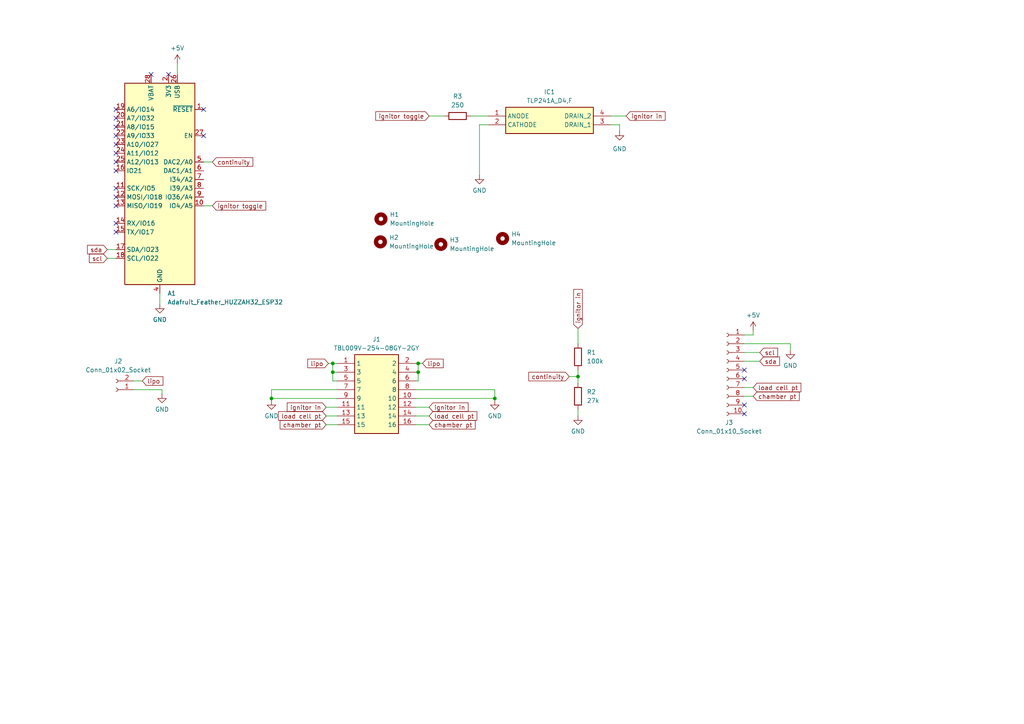
<source format=kicad_sch>
(kicad_sch (version 20230121) (generator eeschema)
  (paper "A4")
  (lib_symbols
    (symbol "Connector:Conn_01x02_Socket" (pin_names (offset 1.016) hide)
      (property "Reference" "J" (at 0 2.54 0))
      (property "Value" "Conn_01x02_Socket" (at 0 -5.08 0))
      (symbol "Conn_01x02_Socket_1_1"
        (arc (start 0 -2.032) (mid -0.5058 -2.54) (end 0 -3.048) (stroke (width 0.1524)))
        (polyline (pts (xy -1.27 -2.54) (xy -0.508 -2.54)) (stroke (width 0.1524)))
        (polyline (pts (xy -1.27 0) (xy -0.508 0)) (stroke (width 0.1524)))
        (arc (start 0 0.508) (mid -0.5058 0) (end 0 -0.508) (stroke (width 0.1524)))
        (pin passive line (at -5.08 0 0) (length 3.81) (name "Pin_1") (number "1"))
        (pin passive line (at -5.08 -2.54 0) (length 3.81) (name "Pin_2") (number "2"))
      )
    )
    (symbol "Connector:Conn_01x10_Socket" (pin_names (offset 1.016) hide)
      (property "Reference" "J" (at 0 12.7 0))
      (property "Value" "Conn_01x10_Socket" (at 0 -15.24 0))
      (symbol "Conn_01x10_Socket_1_1"
        (arc (start 0 -12.192) (mid -0.5058 -12.7) (end 0 -13.208) (stroke (width 0.1524)))
        (arc (start 0 -9.652) (mid -0.5058 -10.16) (end 0 -10.668) (stroke (width 0.1524)))
        (arc (start 0 -7.112) (mid -0.5058 -7.62) (end 0 -8.128) (stroke (width 0.1524)))
        (arc (start 0 -4.572) (mid -0.5058 -5.08) (end 0 -5.588) (stroke (width 0.1524)))
        (arc (start 0 -2.032) (mid -0.5058 -2.54) (end 0 -3.048) (stroke (width 0.1524)))
        (polyline (pts (xy -1.27 -12.7) (xy -0.508 -12.7)) (stroke (width 0.1524)))
        (polyline (pts (xy -1.27 -10.16) (xy -0.508 -10.16)) (stroke (width 0.1524)))
        (polyline (pts (xy -1.27 -7.62) (xy -0.508 -7.62)) (stroke (width 0.1524)))
        (polyline (pts (xy -1.27 -5.08) (xy -0.508 -5.08)) (stroke (width 0.1524)))
        (polyline (pts (xy -1.27 -2.54) (xy -0.508 -2.54)) (stroke (width 0.1524)))
        (polyline (pts (xy -1.27 0) (xy -0.508 0)) (stroke (width 0.1524)))
        (polyline (pts (xy -1.27 2.54) (xy -0.508 2.54)) (stroke (width 0.1524)))
        (polyline (pts (xy -1.27 5.08) (xy -0.508 5.08)) (stroke (width 0.1524)))
        (polyline (pts (xy -1.27 7.62) (xy -0.508 7.62)) (stroke (width 0.1524)))
        (polyline (pts (xy -1.27 10.16) (xy -0.508 10.16)) (stroke (width 0.1524)))
        (arc (start 0 0.508) (mid -0.5058 0) (end 0 -0.508) (stroke (width 0.1524)))
        (arc (start 0 3.048) (mid -0.5058 2.54) (end 0 2.032) (stroke (width 0.1524)))
        (arc (start 0 5.588) (mid -0.5058 5.08) (end 0 4.572) (stroke (width 0.1524)))
        (arc (start 0 8.128) (mid -0.5058 7.62) (end 0 7.112) (stroke (width 0.1524)))
        (arc (start 0 10.668) (mid -0.5058 10.16) (end 0 9.652) (stroke (width 0.1524)))
        (pin passive line (at -5.08 10.16 0) (length 3.81) (name "Pin_1") (number "1"))
        (pin passive line (at -5.08 -12.7 0) (length 3.81) (name "Pin_10") (number "10"))
        (pin passive line (at -5.08 7.62 0) (length 3.81) (name "Pin_2") (number "2"))
        (pin passive line (at -5.08 5.08 0) (length 3.81) (name "Pin_3") (number "3"))
        (pin passive line (at -5.08 2.54 0) (length 3.81) (name "Pin_4") (number "4"))
        (pin passive line (at -5.08 0 0) (length 3.81) (name "Pin_5") (number "5"))
        (pin passive line (at -5.08 -2.54 0) (length 3.81) (name "Pin_6") (number "6"))
        (pin passive line (at -5.08 -5.08 0) (length 3.81) (name "Pin_7") (number "7"))
        (pin passive line (at -5.08 -7.62 0) (length 3.81) (name "Pin_8") (number "8"))
        (pin passive line (at -5.08 -10.16 0) (length 3.81) (name "Pin_9") (number "9"))
      )
    )
    (symbol "Device:R" (pin_numbers hide) (pin_names (offset 0))
      (property "Reference" "R" (at 2.032 0 90))
      (property "Value" "R" (at 0 0 90))
      (symbol "R_0_1"
        (rectangle (start -1.016 -2.54) (end 1.016 2.54) (stroke (width 0.254)))
      )
      (symbol "R_1_1"
        (pin passive line (at 0 3.81 270) (length 1.27) (name "~") (number "1"))
        (pin passive line (at 0 -3.81 90) (length 1.27) (name "~") (number "2"))
      )
    )
    (symbol "MCU_Module:Adafruit_Feather_HUZZAH32_ESP32"
      (property "Reference" "A" (at -10.16 29.21 0))
      (property "Value" "Adafruit_Feather_HUZZAH32_ESP32" (at 2.54 -31.75 0))
      (symbol "Adafruit_Feather_HUZZAH32_ESP32_0_1"
        (rectangle (start -10.16 27.94) (end 10.16 -30.48) (stroke (width 0.254)) (fill (type background)))
      )
      (symbol "Adafruit_Feather_HUZZAH32_ESP32_1_1"
        (pin input line (at 12.7 20.32 180) (length 2.54) (name "~{RESET}") (number "1"))
        (pin bidirectional line (at 12.7 -7.62 180) (length 2.54) (name "IO4/A5") (number "10"))
        (pin bidirectional line (at -12.7 -2.54 0) (length 2.54) (name "SCK/IO5") (number "11"))
        (pin bidirectional line (at -12.7 -5.08 0) (length 2.54) (name "MOSI/IO18") (number "12"))
        (pin bidirectional line (at -12.7 -7.62 0) (length 2.54) (name "MISO/IO19") (number "13"))
        (pin bidirectional line (at -12.7 -12.7 0) (length 2.54) (name "RX/IO16") (number "14"))
        (pin bidirectional line (at -12.7 -15.24 0) (length 2.54) (name "TX/IO17") (number "15"))
        (pin bidirectional line (at -12.7 2.54 0) (length 2.54) (name "IO21") (number "16"))
        (pin bidirectional line (at -12.7 -20.32 0) (length 2.54) (name "SDA/IO23") (number "17"))
        (pin bidirectional line (at -12.7 -22.86 0) (length 2.54) (name "SCL/IO22") (number "18"))
        (pin bidirectional line (at -12.7 20.32 0) (length 2.54) (name "A6/IO14") (number "19"))
        (pin power_in line (at 2.54 30.48 270) (length 2.54) (name "3V3") (number "2"))
        (pin bidirectional line (at -12.7 17.78 0) (length 2.54) (name "A7/IO32") (number "20"))
        (pin bidirectional line (at -12.7 15.24 0) (length 2.54) (name "A8/IO15") (number "21"))
        (pin bidirectional line (at -12.7 12.7 0) (length 2.54) (name "A9/IO33") (number "22"))
        (pin bidirectional line (at -12.7 10.16 0) (length 2.54) (name "A10/IO27") (number "23"))
        (pin bidirectional line (at -12.7 7.62 0) (length 2.54) (name "A11/IO12") (number "24"))
        (pin bidirectional line (at -12.7 5.08 0) (length 2.54) (name "A12/IO13") (number "25"))
        (pin power_in line (at 5.08 30.48 270) (length 2.54) (name "USB") (number "26"))
        (pin input line (at 12.7 12.7 180) (length 2.54) (name "EN") (number "27"))
        (pin power_in line (at -2.54 30.48 270) (length 2.54) (name "VBAT") (number "28"))
        (pin no_connect line (at 10.16 10.16 180) (length 2.54) hide (name "NC") (number "3"))
        (pin power_in line (at 0 -33.02 90) (length 2.54) (name "GND") (number "4"))
        (pin bidirectional line (at 12.7 5.08 180) (length 2.54) (name "DAC2/A0") (number "5"))
        (pin bidirectional line (at 12.7 2.54 180) (length 2.54) (name "DAC1/A1") (number "6"))
        (pin bidirectional line (at 12.7 0 180) (length 2.54) (name "I34/A2") (number "7"))
        (pin bidirectional line (at 12.7 -2.54 180) (length 2.54) (name "I39/A3") (number "8"))
        (pin bidirectional line (at 12.7 -5.08 180) (length 2.54) (name "IO36/A4") (number "9"))
      )
    )
    (symbol "Mechanical:MountingHole" (pin_names (offset 1.016))
      (property "Reference" "H" (at 0 5.08 0))
      (property "Value" "MountingHole" (at 0 3.175 0))
      (symbol "MountingHole_0_1"
        (circle (center 0 0) (radius 1.27) (stroke (width 1.27)))
      )
    )
    (symbol "TBL009V-254-08GY-2GY:TBL009V-254-08GY-2GY"
      (property "Reference" "J" (at 19.05 7.62 0))
      (property "Value" "TBL009V-254-08GY-2GY" (at 19.05 5.08 0))
      (symbol "TBL009V-254-08GY-2GY_1_1"
        (rectangle (start 5.08 2.54) (end 17.78 -20.32) (stroke (width 0.254)) (fill (type background)))
        (pin passive line (at 0 0 0) (length 5.08) (name "1") (number "1"))
        (pin passive line (at 22.86 -10.16 180) (length 5.08) (name "10") (number "10"))
        (pin passive line (at 0 -12.7 0) (length 5.08) (name "11") (number "11"))
        (pin passive line (at 22.86 -12.7 180) (length 5.08) (name "12") (number "12"))
        (pin passive line (at 0 -15.24 0) (length 5.08) (name "13") (number "13"))
        (pin passive line (at 22.86 -15.24 180) (length 5.08) (name "14") (number "14"))
        (pin passive line (at 0 -17.78 0) (length 5.08) (name "15") (number "15"))
        (pin passive line (at 22.86 -17.78 180) (length 5.08) (name "16") (number "16"))
        (pin passive line (at 22.86 0 180) (length 5.08) (name "2") (number "2"))
        (pin passive line (at 0 -2.54 0) (length 5.08) (name "3") (number "3"))
        (pin passive line (at 22.86 -2.54 180) (length 5.08) (name "4") (number "4"))
        (pin passive line (at 0 -5.08 0) (length 5.08) (name "5") (number "5"))
        (pin passive line (at 22.86 -5.08 180) (length 5.08) (name "6") (number "6"))
        (pin passive line (at 0 -7.62 0) (length 5.08) (name "7") (number "7"))
        (pin passive line (at 22.86 -7.62 180) (length 5.08) (name "8") (number "8"))
        (pin passive line (at 0 -10.16 0) (length 5.08) (name "9") (number "9"))
      )
    )
    (symbol "TLP241A_D4,F:TLP241A_D4,F"
      (property "Reference" "IC" (at 31.75 7.62 0))
      (property "Value" "TLP241A_D4,F" (at 31.75 5.08 0))
      (symbol "TLP241A_D4,F_1_1"
        (rectangle (start 5.08 2.54) (end 30.48 -5.08) (stroke (width 0.254)) (fill (type background)))
        (pin passive line (at 0 0 0) (length 5.08) (name "ANODE") (number "1"))
        (pin passive line (at 0 -2.54 0) (length 5.08) (name "CATHODE") (number "2"))
        (pin passive line (at 35.56 -2.54 180) (length 5.08) (name "DRAIN_1") (number "3"))
        (pin passive line (at 35.56 0 180) (length 5.08) (name "DRAIN_2") (number "4"))
      )
    )
    (symbol "power:+5V" (power) (pin_names (offset 0))
      (property "Value" "+5V" (at 0 3.556 0))
      (symbol "+5V_0_1"
        (polyline (pts (xy -0.762 1.27) (xy 0 2.54)))
        (polyline (pts (xy 0 0) (xy 0 2.54)))
        (polyline (pts (xy 0 2.54) (xy 0.762 1.27)))
      )
      (symbol "+5V_1_1"
        (pin power_in line (at 0 0 90) (length 0) hide (name "+5V") (number "1"))
      )
    )
    (symbol "power:GND" (power) (pin_names (offset 0))
      (property "Value" "GND" (at 0 -3.81 0))
      (symbol "GND_0_1"
        (polyline (pts (xy 0 0) (xy 0 -1.27) (xy 1.27 -1.27) (xy 0 -2.54) (xy -1.27 -1.27) (xy 0 -1.27)))
      )
      (symbol "GND_1_1"
        (pin power_in line (at 0 0 270) (length 0) hide (name "GND") (number "1"))
      )
    )
  )
  (junction (at 121.285 105.41))
  (junction (at 143.51 115.57))
  (junction (at 78.74 115.57))
  (junction (at 121.285 107.95))
  (junction (at 167.64 109.22))
  (junction (at 96.52 107.95))
  (junction (at 96.52 105.41))
  (no_connect (at 33.655 31.75))
  (no_connect (at 33.655 49.53))
  (no_connect (at 33.655 36.83))
  (no_connect (at 33.655 54.61))
  (no_connect (at 59.055 39.37))
  (no_connect (at 33.655 67.31))
  (no_connect (at 215.9 109.855))
  (no_connect (at 33.655 44.45))
  (no_connect (at 33.655 64.77))
  (no_connect (at 215.9 120.015))
  (no_connect (at 33.655 57.15))
  (no_connect (at 33.655 39.37))
  (no_connect (at 215.9 117.475))
  (no_connect (at 33.655 34.29))
  (no_connect (at 33.655 41.91))
  (no_connect (at 33.655 46.99))
  (no_connect (at 43.815 21.59))
  (no_connect (at 59.055 31.75))
  (no_connect (at 215.9 107.315))
  (no_connect (at 48.895 21.59))
  (no_connect (at 33.655 59.69))
  (wire (pts (xy 78.74 113.03) (xy 78.74 115.57)))
  (wire (pts (xy 177.165 33.655) (xy 181.61 33.655)))
  (wire (pts (xy 51.435 18.415) (xy 51.435 21.59)))
  (wire (pts (xy 218.44 114.935) (xy 215.9 114.935)))
  (wire (pts (xy 78.74 115.57) (xy 97.79 115.57)))
  (wire (pts (xy 121.285 105.41) (xy 120.65 105.41)))
  (wire (pts (xy 136.525 33.655) (xy 141.605 33.655)))
  (wire (pts (xy 124.46 33.655) (xy 128.905 33.655)))
  (wire (pts (xy 218.44 97.155) (xy 218.44 95.885)))
  (wire (pts (xy 120.65 107.95) (xy 121.285 107.95)))
  (wire (pts (xy 121.285 107.95) (xy 121.285 105.41)))
  (wire (pts (xy 215.9 97.155) (xy 218.44 97.155)))
  (wire (pts (xy 96.52 105.41) (xy 97.79 105.41)))
  (wire (pts (xy 31.115 74.93) (xy 33.655 74.93)))
  (wire (pts (xy 31.115 72.39) (xy 33.655 72.39)))
  (wire (pts (xy 97.79 107.95) (xy 96.52 107.95)))
  (wire (pts (xy 167.64 107.315) (xy 167.64 109.22)))
  (wire (pts (xy 167.64 120.65) (xy 167.64 118.745)))
  (wire (pts (xy 165.1 109.22) (xy 167.64 109.22)))
  (wire (pts (xy 120.65 115.57) (xy 143.51 115.57)))
  (wire (pts (xy 120.65 113.03) (xy 143.51 113.03)))
  (wire (pts (xy 120.65 110.49) (xy 121.285 110.49)))
  (wire (pts (xy 38.735 113.03) (xy 46.99 113.03)))
  (wire (pts (xy 218.44 112.395) (xy 215.9 112.395)))
  (wire (pts (xy 167.64 95.25) (xy 167.64 99.695)))
  (wire (pts (xy 143.51 115.57) (xy 143.51 116.205)))
  (wire (pts (xy 179.705 38.1) (xy 179.705 36.195)))
  (wire (pts (xy 95.25 105.41) (xy 96.52 105.41)))
  (wire (pts (xy 61.595 59.69) (xy 59.055 59.69)))
  (wire (pts (xy 61.595 46.99) (xy 59.055 46.99)))
  (wire (pts (xy 46.355 88.265) (xy 46.355 85.09)))
  (wire (pts (xy 41.275 110.49) (xy 38.735 110.49)))
  (wire (pts (xy 124.46 123.19) (xy 120.65 123.19)))
  (wire (pts (xy 46.99 113.03) (xy 46.99 114.3)))
  (wire (pts (xy 124.46 118.11) (xy 120.65 118.11)))
  (wire (pts (xy 122.555 105.41) (xy 121.285 105.41)))
  (wire (pts (xy 220.345 104.775) (xy 215.9 104.775)))
  (wire (pts (xy 141.605 36.195) (xy 139.065 36.195)))
  (wire (pts (xy 124.46 120.65) (xy 120.65 120.65)))
  (wire (pts (xy 139.065 36.195) (xy 139.065 50.8)))
  (wire (pts (xy 94.615 118.11) (xy 97.79 118.11)))
  (wire (pts (xy 78.74 115.57) (xy 78.74 116.205)))
  (wire (pts (xy 121.285 110.49) (xy 121.285 107.95)))
  (wire (pts (xy 220.345 102.235) (xy 215.9 102.235)))
  (wire (pts (xy 179.705 36.195) (xy 177.165 36.195)))
  (wire (pts (xy 229.235 99.695) (xy 229.235 101.6)))
  (wire (pts (xy 215.9 99.695) (xy 229.235 99.695)))
  (wire (pts (xy 167.64 109.22) (xy 167.64 111.125)))
  (wire (pts (xy 78.74 113.03) (xy 97.79 113.03)))
  (wire (pts (xy 97.79 110.49) (xy 96.52 110.49)))
  (wire (pts (xy 94.615 123.19) (xy 97.79 123.19)))
  (wire (pts (xy 143.51 113.03) (xy 143.51 115.57)))
  (wire (pts (xy 94.615 120.65) (xy 97.79 120.65)))
  (wire (pts (xy 96.52 110.49) (xy 96.52 107.95)))
  (wire (pts (xy 96.52 107.95) (xy 96.52 105.41)))
  (global_label "ignitor toggle" (shape input) (at 124.46 33.655 180) (property "Intersheetrefs" "${INTERSHEET_REFS}" (effects hide)))
  (global_label "ignitor in" (shape input) (at 167.64 95.25 90) (property "Intersheetrefs" "${INTERSHEET_REFS}" (effects hide)))
  (global_label "ignitor in" (shape input) (at 181.61 33.655 0) (property "Intersheetrefs" "${INTERSHEET_REFS}" (effects hide)))
  (global_label "chamber pt" (shape input) (at 124.46 123.19 0) (property "Intersheetrefs" "${INTERSHEET_REFS}" (effects hide)))
  (global_label "continuity" (shape input) (at 61.595 46.99 0) (property "Intersheetrefs" "${INTERSHEET_REFS}" (effects hide)))
  (global_label "lipo" (shape input) (at 122.555 105.41 0) (property "Intersheetrefs" "${INTERSHEET_REFS}" (effects hide)))
  (global_label "lipo" (shape input) (at 95.25 105.41 180) (property "Intersheetrefs" "${INTERSHEET_REFS}" (effects hide)))
  (global_label "ignitor in" (shape input) (at 94.615 118.11 180) (property "Intersheetrefs" "${INTERSHEET_REFS}" (effects hide)))
  (global_label "sda" (shape input) (at 31.115 72.39 180) (property "Intersheetrefs" "${INTERSHEET_REFS}" (effects hide)))
  (global_label "chamber pt" (shape input) (at 218.44 114.935 0) (property "Intersheetrefs" "${INTERSHEET_REFS}" (effects hide)))
  (global_label "ignitor toggle" (shape input) (at 61.595 59.69 0) (property "Intersheetrefs" "${INTERSHEET_REFS}" (effects hide)))
  (global_label "scl" (shape input) (at 220.345 102.235 0) (property "Intersheetrefs" "${INTERSHEET_REFS}" (effects hide)))
  (global_label "load cell pt" (shape input) (at 124.46 120.65 0) (property "Intersheetrefs" "${INTERSHEET_REFS}" (effects hide)))
  (global_label "scl" (shape input) (at 31.115 74.93 180) (property "Intersheetrefs" "${INTERSHEET_REFS}" (effects hide)))
  (global_label "continuity" (shape input) (at 165.1 109.22 180) (property "Intersheetrefs" "${INTERSHEET_REFS}" (effects hide)))
  (global_label "ignitor in" (shape input) (at 124.46 118.11 0) (property "Intersheetrefs" "${INTERSHEET_REFS}" (effects hide)))
  (global_label "load cell pt" (shape input) (at 94.615 120.65 180) (property "Intersheetrefs" "${INTERSHEET_REFS}" (effects hide)))
  (global_label "sda" (shape input) (at 220.345 104.775 0) (property "Intersheetrefs" "${INTERSHEET_REFS}" (effects hide)))
  (global_label "chamber pt" (shape input) (at 94.615 123.19 180) (property "Intersheetrefs" "${INTERSHEET_REFS}" (effects hide)))
  (global_label "lipo" (shape input) (at 41.275 110.49 0) (property "Intersheetrefs" "${INTERSHEET_REFS}" (effects hide)))
  (global_label "load cell pt" (shape input) (at 218.44 112.395 0) (property "Intersheetrefs" "${INTERSHEET_REFS}" (effects hide)))
  (symbol (lib_id "Connector:Conn_01x10_Socket") (at 210.82 107.315 0) (mirror y) (unit 1)
    (property "Reference" "J3" (at 211.455 122.555 0))
    (property "Value" "Conn_01x10_Socket" (at 211.455 125.095 0))
    (property "Footprint" "Connector_PinSocket_2.54mm:PinSocket_1x10_P2.54mm_Vertical" (effects hide))
  )
  (symbol (lib_id "MCU_Module:Adafruit_Feather_HUZZAH32_ESP32") (at 46.355 52.07 0) (unit 1)
    (property "Reference" "A1" (at 48.5491 85.09 0) (effects (justify left)))
    (property "Value" "Adafruit_Feather_HUZZAH32_ESP32" (at 48.5491 87.63 0) (effects (justify left)))
    (property "Footprint" "Module:Adafruit_Feather" (effects hide))
    (property "Datasheet" "https://cdn-learn.adafruit.com/downloads/pdf/adafruit-huzzah32-esp32-feather.pdf" (effects hide))
  )
  (symbol (lib_id "power:GND") (at 139.065 50.8 0) (unit 1)
    (property "Reference" "#PWR08" (effects hide))
    (property "Value" "GND" (at 139.065 55.245 0))
  )
  (symbol (lib_id "power:GND") (at 46.355 88.265 0) (unit 1)
    (property "Reference" "#PWR010" (effects hide))
    (property "Value" "GND" (at 46.355 92.71 0))
  )
  (symbol (lib_id "TBL009V-254-08GY-2GY:TBL009V-254-08GY-2GY") (at 97.79 105.41 0) (unit 1)
    (property "Reference" "J1" (at 109.22 98.425 0))
    (property "Value" "TBL009V-254-08GY-2GY" (at 109.22 100.965 0))
    (property "Footprint" "TBL009V-254-08GY-2GY:RHDR16W70P508X254_2X8_2182X1000X1655P" (effects hide))
    (property "Datasheet" "https://componentsearchengine.com/Datasheets/1/TBL009V-254-08GY-2GY.pdf" (effects hide))
    (property "Height" "16.55" (effects hide))
    (property "Mouser Part Number" "490-TBL09V25408GY2GY" (effects hide))
    (property "Mouser Price/Stock" "https://www.mouser.co.uk/ProductDetail/CUI-Devices/TBL009V-254-08GY-2GY?qs=UXgszm6BlbFsQfqAJgynnA%3D%3D" (effects hide))
    (property "Manufacturer_Name" "CUI Devices" (effects hide))
    (property "Manufacturer_Part_Number" "TBL009V-254-08GY-2GY" (effects hide))
  )
  (symbol (lib_id "power:GND") (at 179.705 38.1 0) (unit 1)
    (property "Reference" "#PWR09" (effects hide))
    (property "Value" "GND" (at 179.705 43.18 0))
  )
  (symbol (lib_id "TLP241A_D4,F:TLP241A_D4,F") (at 141.605 33.655 0) (unit 1)
    (property "Reference" "IC1" (at 159.385 26.67 0))
    (property "Value" "TLP241A_D4,F" (at 159.385 29.21 0))
    (property "Footprint" "TLP241A_D4,F:DIP762W60P254L458H485Q4N" (effects hide))
    (property "Datasheet" "https://toshiba.semicon-storage.com/info/docget.jsp?did=14237&prodName=TLP241A" (effects hide))
    (property "Height" "4.85" (effects hide))
    (property "Mouser Part Number" "757-TLP241AD4F" (effects hide))
    (property "Mouser Price/Stock" "https://www.mouser.co.uk/ProductDetail/Toshiba/TLP241AD4F?qs=6ZHl3BmPMW0CBh5RCunfNw%3D%3D" (effects hide))
    (property "Manufacturer_Name" "Toshiba" (effects hide))
    (property "Manufacturer_Part_Number" "TLP241A(D4,F" (effects hide))
  )
  (symbol (lib_id "Device:R") (at 167.64 103.505 0) (unit 1)
    (property "Reference" "R1" (at 170.18 102.235 0) (effects (justify left)))
    (property "Value" "100k" (at 170.18 104.775 0) (effects (justify left)))
    (property "Footprint" "Resistor_THT:R_Axial_DIN0204_L3.6mm_D1.6mm_P5.08mm_Horizontal" (effects hide))
  )
  (symbol (lib_id "power:GND") (at 46.99 114.3 0) (unit 1)
    (property "Reference" "#PWR02" (effects hide))
    (property "Value" "GND" (at 46.99 118.745 0))
  )
  (symbol (lib_id "power:GND") (at 78.74 116.205 0) (unit 1)
    (property "Reference" "#PWR03" (effects hide))
    (property "Value" "GND" (at 78.74 120.65 0))
  )
  (symbol (lib_id "power:+5V") (at 51.435 18.415 0) (unit 1)
    (property "Reference" "#PWR01" (effects hide))
    (property "Value" "+5V" (at 51.435 13.97 0))
  )
  (symbol (lib_id "power:GND") (at 143.51 116.205 0) (mirror y) (unit 1)
    (property "Reference" "#PWR04" (effects hide))
    (property "Value" "GND" (at 143.51 120.65 0))
  )
  (symbol (lib_id "Connector:Conn_01x02_Socket") (at 33.655 113.03 180) (unit 1)
    (property "Reference" "J2" (at 34.29 104.775 0))
    (property "Value" "Conn_01x02_Socket" (at 34.29 107.315 0))
    (property "Footprint" "Connector_PinSocket_2.54mm:PinSocket_1x02_P2.54mm_Vertical" (effects hide))
  )
  (symbol (lib_id "Mechanical:MountingHole") (at 110.3318 70.1512 0) (unit 1)
    (property "Reference" "H2" (at 112.8718 68.8812 0) (effects (justify left)))
    (property "Value" "MountingHole" (at 112.8718 71.4212 0) (effects (justify left)))
    (property "Footprint" "MountingHole:MountingHole_3.2mm_M3" (effects hide))
  )
  (symbol (lib_id "power:GND") (at 167.64 120.65 0) (unit 1)
    (property "Reference" "#PWR05" (effects hide))
    (property "Value" "GND" (at 167.64 125.095 0))
  )
  (symbol (lib_id "power:+5V") (at 218.44 95.885 0) (unit 1)
    (property "Reference" "#PWR06" (effects hide))
    (property "Value" "+5V" (at 218.44 91.44 0))
  )
  (symbol (lib_id "power:GND") (at 229.235 101.6 0) (unit 1)
    (property "Reference" "#PWR07" (effects hide))
    (property "Value" "GND" (at 229.235 106.045 0))
  )
  (symbol (lib_id "Device:R") (at 167.64 114.935 0) (unit 1)
    (property "Reference" "R2" (at 170.18 113.665 0) (effects (justify left)))
    (property "Value" "27k" (at 170.18 116.205 0) (effects (justify left)))
    (property "Footprint" "Resistor_THT:R_Axial_DIN0204_L3.6mm_D1.6mm_P5.08mm_Horizontal" (effects hide))
  )
  (symbol (lib_id "Mechanical:MountingHole") (at 145.7648 69.1837 0) (unit 1)
    (property "Reference" "H4" (at 148.3048 67.9137 0) (effects (justify left)))
    (property "Value" "MountingHole" (at 148.3048 70.4537 0) (effects (justify left)))
    (property "Footprint" "MountingHole:MountingHole_3.2mm_M3" (effects hide))
  )
  (symbol (lib_id "Mechanical:MountingHole") (at 127.8669 70.8768 0) (unit 1)
    (property "Reference" "H3" (at 130.4069 69.6068 0) (effects (justify left)))
    (property "Value" "MountingHole" (at 130.4069 72.1468 0) (effects (justify left)))
    (property "Footprint" "MountingHole:MountingHole_3.2mm_M3" (effects hide))
  )
  (symbol (lib_id "Device:R") (at 132.715 33.655 90) (unit 1)
    (property "Reference" "R3" (at 132.715 27.94 90))
    (property "Value" "250" (at 132.715 30.48 90))
    (property "Footprint" "Resistor_THT:R_Axial_DIN0204_L3.6mm_D1.6mm_P5.08mm_Horizontal" (effects hide))
  )
  (symbol (lib_id "Mechanical:MountingHole") (at 110.49 63.5 0) (unit 1)
    (property "Reference" "H1" (at 113.03 62.23 0) (effects (justify left)))
    (property "Value" "MountingHole" (at 113.03 64.77 0) (effects (justify left)))
    (property "Footprint" "MountingHole:MountingHole_3.2mm_M3" (effects hide))
  )
)
</source>
